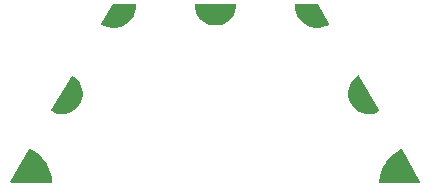
<source format=gbr>
G04 EAGLE Gerber RS-274X export*
G75*
%MOMM*%
%FSLAX34Y34*%
%LPD*%
%INSoldermask Top*%
%IPPOS*%
%AMOC8*
5,1,8,0,0,1.08239X$1,22.5*%
G01*
%ADD10C,1.101600*%

G36*
X-138554Y19D02*
X-138554Y19D01*
X-138512Y27D01*
X-138469Y26D01*
X-138415Y47D01*
X-138359Y58D01*
X-138324Y83D01*
X-138283Y98D01*
X-138242Y138D01*
X-138195Y171D01*
X-138172Y207D01*
X-138141Y237D01*
X-138119Y290D01*
X-138088Y339D01*
X-138081Y381D01*
X-138064Y421D01*
X-138062Y492D01*
X-138055Y535D01*
X-138060Y557D01*
X-138060Y587D01*
X-138664Y4920D01*
X-138673Y4947D01*
X-138677Y4984D01*
X-139842Y9201D01*
X-139855Y9226D01*
X-139864Y9263D01*
X-141569Y13292D01*
X-141585Y13315D01*
X-141598Y13350D01*
X-143815Y17122D01*
X-143834Y17143D01*
X-143852Y17176D01*
X-146542Y20627D01*
X-146563Y20645D01*
X-146585Y20675D01*
X-149703Y23745D01*
X-149726Y23760D01*
X-149752Y23788D01*
X-153243Y26424D01*
X-153269Y26436D01*
X-153298Y26460D01*
X-157104Y28618D01*
X-157111Y28621D01*
X-157116Y28625D01*
X-157205Y28651D01*
X-157293Y28680D01*
X-157300Y28679D01*
X-157307Y28681D01*
X-157399Y28671D01*
X-157491Y28663D01*
X-157497Y28660D01*
X-157505Y28659D01*
X-157585Y28613D01*
X-157667Y28570D01*
X-157671Y28564D01*
X-157678Y28561D01*
X-157783Y28432D01*
X-173633Y756D01*
X-173645Y720D01*
X-173666Y687D01*
X-173676Y626D01*
X-173696Y567D01*
X-173693Y529D01*
X-173699Y491D01*
X-173685Y431D01*
X-173680Y369D01*
X-173662Y335D01*
X-173653Y298D01*
X-173616Y248D01*
X-173587Y193D01*
X-173558Y169D01*
X-173535Y138D01*
X-173482Y106D01*
X-173434Y67D01*
X-173397Y56D01*
X-173364Y36D01*
X-173286Y23D01*
X-173243Y11D01*
X-173224Y13D01*
X-173200Y9D01*
X-138554Y19D01*
G37*
G36*
X173238Y17D02*
X173238Y17D01*
X173278Y15D01*
X173335Y36D01*
X173395Y48D01*
X173427Y71D01*
X173464Y84D01*
X173508Y126D01*
X173559Y161D01*
X173580Y194D01*
X173608Y221D01*
X173633Y277D01*
X173666Y328D01*
X173672Y367D01*
X173688Y403D01*
X173689Y464D01*
X173699Y524D01*
X173690Y563D01*
X173690Y602D01*
X173663Y675D01*
X173653Y718D01*
X173641Y734D01*
X173632Y758D01*
X157782Y28180D01*
X157777Y28186D01*
X157774Y28194D01*
X157711Y28260D01*
X157650Y28329D01*
X157643Y28332D01*
X157637Y28339D01*
X157553Y28375D01*
X157471Y28414D01*
X157463Y28415D01*
X157455Y28418D01*
X157363Y28419D01*
X157272Y28423D01*
X157264Y28420D01*
X157256Y28420D01*
X157100Y28362D01*
X153369Y26204D01*
X153348Y26186D01*
X153314Y26168D01*
X149897Y23542D01*
X149878Y23520D01*
X149848Y23499D01*
X146802Y20448D01*
X146786Y20425D01*
X146759Y20399D01*
X144137Y16978D01*
X144125Y16952D01*
X144101Y16923D01*
X141948Y13189D01*
X141939Y13162D01*
X141920Y13130D01*
X140273Y9147D01*
X140268Y9119D01*
X140252Y9085D01*
X139139Y4921D01*
X139138Y4893D01*
X139127Y4857D01*
X138567Y583D01*
X138570Y542D01*
X138563Y502D01*
X138577Y444D01*
X138581Y384D01*
X138600Y348D01*
X138609Y308D01*
X138644Y260D01*
X138671Y207D01*
X138703Y181D01*
X138727Y148D01*
X138778Y118D01*
X138824Y79D01*
X138863Y67D01*
X138898Y47D01*
X138971Y34D01*
X139014Y21D01*
X139035Y23D01*
X139062Y19D01*
X173200Y9D01*
X173238Y17D01*
G37*
G36*
X1438Y133074D02*
X1438Y133074D01*
X1486Y133074D01*
X4255Y133536D01*
X4288Y133548D01*
X4335Y133556D01*
X6991Y134468D01*
X7021Y134485D01*
X7066Y134501D01*
X9536Y135837D01*
X9562Y135859D01*
X9605Y135882D01*
X11820Y137607D01*
X11843Y137633D01*
X11881Y137663D01*
X13783Y139728D01*
X13801Y139758D01*
X13833Y139793D01*
X15369Y142144D01*
X15382Y142176D01*
X15408Y142216D01*
X16536Y144788D01*
X16543Y144821D01*
X16563Y144866D01*
X17252Y147587D01*
X17254Y147622D01*
X17266Y147669D01*
X17498Y150467D01*
X17494Y150496D01*
X17499Y150525D01*
X17483Y150594D01*
X17474Y150664D01*
X17460Y150690D01*
X17453Y150718D01*
X17411Y150775D01*
X17376Y150837D01*
X17352Y150855D01*
X17335Y150878D01*
X17274Y150914D01*
X17217Y150957D01*
X17189Y150965D01*
X17164Y150980D01*
X17066Y150996D01*
X17025Y151007D01*
X17014Y151005D01*
X17000Y151007D01*
X-17000Y151007D01*
X-17029Y151001D01*
X-17058Y151004D01*
X-17125Y150982D01*
X-17195Y150968D01*
X-17219Y150951D01*
X-17247Y150942D01*
X-17300Y150895D01*
X-17359Y150855D01*
X-17375Y150831D01*
X-17397Y150811D01*
X-17428Y150747D01*
X-17466Y150688D01*
X-17471Y150659D01*
X-17483Y150633D01*
X-17492Y150533D01*
X-17499Y150491D01*
X-17496Y150481D01*
X-17498Y150467D01*
X-17266Y147669D01*
X-17256Y147635D01*
X-17252Y147587D01*
X-16563Y144866D01*
X-16548Y144834D01*
X-16536Y144788D01*
X-15408Y142216D01*
X-15388Y142188D01*
X-15369Y142144D01*
X-13833Y139793D01*
X-13809Y139769D01*
X-13783Y139728D01*
X-11881Y137663D01*
X-11853Y137642D01*
X-11820Y137607D01*
X-9605Y135882D01*
X-9574Y135867D01*
X-9536Y135837D01*
X-7066Y134501D01*
X-7033Y134491D01*
X-6991Y134468D01*
X-4335Y133556D01*
X-4301Y133552D01*
X-4255Y133536D01*
X-1486Y133074D01*
X-1451Y133075D01*
X-1404Y133067D01*
X1404Y133067D01*
X1438Y133074D01*
G37*
G36*
X130386Y58041D02*
X130386Y58041D01*
X130434Y58038D01*
X133222Y58348D01*
X133255Y58359D01*
X133303Y58364D01*
X136001Y59129D01*
X136031Y59145D01*
X136078Y59158D01*
X138613Y60357D01*
X138637Y60374D01*
X138664Y60384D01*
X138716Y60433D01*
X138773Y60476D01*
X138787Y60501D01*
X138809Y60521D01*
X138837Y60586D01*
X138873Y60648D01*
X138876Y60676D01*
X138888Y60703D01*
X138889Y60774D01*
X138898Y60845D01*
X138890Y60873D01*
X138890Y60902D01*
X138856Y60995D01*
X138844Y61036D01*
X138837Y61045D01*
X138832Y61058D01*
X121832Y90458D01*
X121813Y90480D01*
X121800Y90506D01*
X121747Y90554D01*
X121700Y90607D01*
X121674Y90619D01*
X121652Y90639D01*
X121585Y90662D01*
X121521Y90692D01*
X121492Y90694D01*
X121464Y90703D01*
X121393Y90698D01*
X121322Y90701D01*
X121295Y90691D01*
X121266Y90689D01*
X121176Y90647D01*
X121136Y90632D01*
X121128Y90624D01*
X121115Y90618D01*
X118812Y89019D01*
X118788Y88994D01*
X118748Y88966D01*
X116739Y87009D01*
X116720Y86980D01*
X116685Y86947D01*
X115026Y84686D01*
X115011Y84655D01*
X114982Y84616D01*
X113718Y82113D01*
X113709Y82079D01*
X113687Y82036D01*
X112851Y79359D01*
X112848Y79325D01*
X112833Y79279D01*
X112450Y76500D01*
X112452Y76466D01*
X112446Y76418D01*
X112525Y73615D01*
X112533Y73581D01*
X112534Y73533D01*
X113073Y70781D01*
X113087Y70749D01*
X113096Y70701D01*
X114081Y68076D01*
X114099Y68046D01*
X114116Y68001D01*
X115520Y65573D01*
X115543Y65547D01*
X115567Y65506D01*
X117351Y63342D01*
X117378Y63320D01*
X117409Y63283D01*
X119525Y61442D01*
X119555Y61425D01*
X119591Y61394D01*
X121982Y59926D01*
X122014Y59915D01*
X122055Y59889D01*
X124654Y58836D01*
X124688Y58829D01*
X124733Y58811D01*
X127470Y58200D01*
X127505Y58199D01*
X127552Y58188D01*
X130352Y58036D01*
X130386Y58041D01*
G37*
G36*
X-127552Y58188D02*
X-127552Y58188D01*
X-127518Y58197D01*
X-127470Y58200D01*
X-124733Y58811D01*
X-124701Y58825D01*
X-124654Y58836D01*
X-122055Y59889D01*
X-122026Y59908D01*
X-121982Y59926D01*
X-119591Y61394D01*
X-119566Y61417D01*
X-119525Y61442D01*
X-117409Y63283D01*
X-117388Y63310D01*
X-117351Y63342D01*
X-115567Y65506D01*
X-115551Y65536D01*
X-115520Y65573D01*
X-114116Y68001D01*
X-114105Y68034D01*
X-114081Y68076D01*
X-113096Y70701D01*
X-113090Y70736D01*
X-113073Y70781D01*
X-112534Y73533D01*
X-112534Y73568D01*
X-112525Y73615D01*
X-112446Y76418D01*
X-112452Y76452D01*
X-112450Y76500D01*
X-112833Y79279D01*
X-112845Y79311D01*
X-112851Y79359D01*
X-113687Y82036D01*
X-113704Y82067D01*
X-113718Y82113D01*
X-114982Y84616D01*
X-115004Y84643D01*
X-115026Y84686D01*
X-116685Y86947D01*
X-116711Y86970D01*
X-116739Y87009D01*
X-118748Y88966D01*
X-118777Y88985D01*
X-118812Y89019D01*
X-121115Y90618D01*
X-121142Y90630D01*
X-121165Y90648D01*
X-121233Y90669D01*
X-121298Y90697D01*
X-121327Y90697D01*
X-121355Y90705D01*
X-121426Y90697D01*
X-121497Y90698D01*
X-121524Y90687D01*
X-121553Y90683D01*
X-121615Y90649D01*
X-121680Y90621D01*
X-121701Y90600D01*
X-121726Y90586D01*
X-121789Y90510D01*
X-121819Y90479D01*
X-121823Y90469D01*
X-121832Y90458D01*
X-138832Y61058D01*
X-138841Y61030D01*
X-138858Y61006D01*
X-138873Y60937D01*
X-138895Y60869D01*
X-138893Y60840D01*
X-138899Y60812D01*
X-138886Y60742D01*
X-138880Y60671D01*
X-138867Y60645D01*
X-138861Y60617D01*
X-138821Y60558D01*
X-138789Y60495D01*
X-138766Y60476D01*
X-138750Y60452D01*
X-138668Y60395D01*
X-138635Y60368D01*
X-138625Y60365D01*
X-138613Y60357D01*
X-136078Y59158D01*
X-136044Y59150D01*
X-136001Y59129D01*
X-133303Y58364D01*
X-133268Y58362D01*
X-133222Y58348D01*
X-130434Y58038D01*
X-130400Y58041D01*
X-130352Y58036D01*
X-127552Y58188D01*
G37*
G36*
X87369Y130993D02*
X87369Y130993D01*
X87416Y130991D01*
X90454Y131356D01*
X90486Y131367D01*
X90532Y131372D01*
X93472Y132220D01*
X93502Y132236D01*
X93548Y132248D01*
X96314Y133557D01*
X96336Y133574D01*
X96363Y133584D01*
X96415Y133633D01*
X96473Y133676D01*
X96487Y133701D01*
X96508Y133720D01*
X96537Y133786D01*
X96573Y133848D01*
X96576Y133876D01*
X96588Y133902D01*
X96589Y133974D01*
X96598Y134045D01*
X96590Y134072D01*
X96591Y134101D01*
X96555Y134196D01*
X96544Y134236D01*
X96537Y134245D01*
X96533Y134257D01*
X87033Y150757D01*
X86981Y150816D01*
X86935Y150878D01*
X86916Y150889D01*
X86901Y150906D01*
X86831Y150940D01*
X86764Y150980D01*
X86740Y150984D01*
X86722Y150992D01*
X86677Y150994D01*
X86600Y151007D01*
X67600Y151007D01*
X67572Y151002D01*
X67544Y151004D01*
X67476Y150982D01*
X67405Y150968D01*
X67382Y150952D01*
X67355Y150943D01*
X67300Y150896D01*
X67241Y150855D01*
X67226Y150831D01*
X67205Y150813D01*
X67173Y150748D01*
X67134Y150688D01*
X67129Y150660D01*
X67117Y150634D01*
X67108Y150533D01*
X67101Y150491D01*
X67103Y150481D01*
X67102Y150468D01*
X67345Y147418D01*
X67354Y147386D01*
X67358Y147339D01*
X68086Y144367D01*
X68101Y144336D01*
X68112Y144291D01*
X69308Y141474D01*
X69327Y141446D01*
X69345Y141403D01*
X70977Y138815D01*
X71001Y138791D01*
X71025Y138751D01*
X73052Y136458D01*
X73079Y136438D01*
X73110Y136402D01*
X75478Y134464D01*
X75508Y134448D01*
X75544Y134419D01*
X78192Y132886D01*
X78224Y132875D01*
X78264Y132851D01*
X81124Y131763D01*
X81157Y131757D01*
X81201Y131740D01*
X84198Y131124D01*
X84232Y131124D01*
X84278Y131115D01*
X87335Y130988D01*
X87369Y130993D01*
G37*
G36*
X-84278Y131115D02*
X-84278Y131115D01*
X-84245Y131123D01*
X-84198Y131124D01*
X-81201Y131740D01*
X-81170Y131753D01*
X-81124Y131763D01*
X-78264Y132851D01*
X-78236Y132869D01*
X-78192Y132886D01*
X-75544Y134419D01*
X-75518Y134441D01*
X-75478Y134464D01*
X-73110Y136402D01*
X-73088Y136429D01*
X-73052Y136458D01*
X-71025Y138751D01*
X-71009Y138780D01*
X-70977Y138815D01*
X-69345Y141403D01*
X-69333Y141435D01*
X-69308Y141474D01*
X-68112Y144291D01*
X-68105Y144324D01*
X-68086Y144367D01*
X-67358Y147339D01*
X-67356Y147373D01*
X-67345Y147418D01*
X-67102Y150468D01*
X-67106Y150497D01*
X-67101Y150525D01*
X-67118Y150594D01*
X-67126Y150666D01*
X-67141Y150690D01*
X-67147Y150718D01*
X-67190Y150776D01*
X-67226Y150838D01*
X-67248Y150855D01*
X-67265Y150878D01*
X-67327Y150915D01*
X-67384Y150958D01*
X-67412Y150965D01*
X-67436Y150980D01*
X-67536Y150996D01*
X-67577Y151007D01*
X-67587Y151005D01*
X-67600Y151007D01*
X-86600Y151007D01*
X-86676Y150992D01*
X-86754Y150983D01*
X-86773Y150972D01*
X-86795Y150968D01*
X-86859Y150924D01*
X-86927Y150885D01*
X-86943Y150866D01*
X-86959Y150855D01*
X-86983Y150817D01*
X-87033Y150757D01*
X-96533Y134257D01*
X-96542Y134230D01*
X-96558Y134206D01*
X-96573Y134136D01*
X-96596Y134068D01*
X-96593Y134040D01*
X-96599Y134012D01*
X-96586Y133942D01*
X-96580Y133870D01*
X-96567Y133845D01*
X-96561Y133817D01*
X-96521Y133757D01*
X-96488Y133694D01*
X-96466Y133676D01*
X-96450Y133652D01*
X-96367Y133594D01*
X-96335Y133567D01*
X-96324Y133564D01*
X-96314Y133557D01*
X-93548Y132248D01*
X-93515Y132240D01*
X-93472Y132220D01*
X-90532Y131372D01*
X-90498Y131369D01*
X-90454Y131356D01*
X-87416Y130991D01*
X-87382Y130994D01*
X-87335Y130988D01*
X-84278Y131115D01*
G37*
D10*
X82600Y143608D03*
X161644Y7112D03*
X-162152Y7112D03*
X-82600Y143608D03*
X123900Y72008D03*
X-123900Y72008D03*
X0Y143608D03*
M02*

</source>
